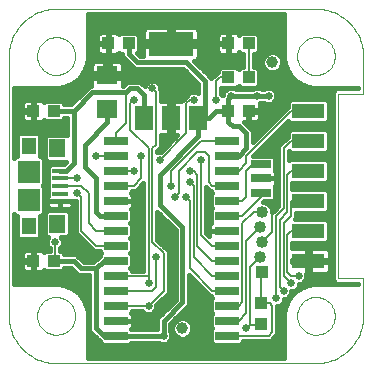
<source format=gtl>
G75*
G70*
%OFA0B0*%
%FSLAX24Y24*%
%IPPOS*%
%LPD*%
%AMOC8*
5,1,8,0,0,1.08239X$1,22.5*
%
%ADD10C,0.0000*%
%ADD11R,0.0551X0.0630*%
%ADD12R,0.0512X0.0571*%
%ADD13R,0.0748X0.0748*%
%ADD14R,0.0531X0.0157*%
%ADD15R,0.1102X0.0512*%
%ADD16R,0.0787X0.0300*%
%ADD17R,0.0400X0.0400*%
%ADD18C,0.0400*%
%ADD19R,0.0433X0.0394*%
%ADD20R,0.0710X0.0630*%
%ADD21R,0.0394X0.0433*%
%ADD22R,0.0591X0.0787*%
%ADD23R,0.1496X0.0787*%
%ADD24R,0.0669X0.0276*%
%ADD25C,0.0394*%
%ADD26C,0.0060*%
%ADD27C,0.0250*%
%ADD28C,0.0160*%
D10*
X006993Y010471D02*
X015654Y010471D01*
X015024Y012046D02*
X015026Y012096D01*
X015032Y012146D01*
X015042Y012195D01*
X015056Y012243D01*
X015073Y012290D01*
X015094Y012335D01*
X015119Y012379D01*
X015147Y012420D01*
X015179Y012459D01*
X015213Y012496D01*
X015250Y012530D01*
X015290Y012560D01*
X015332Y012587D01*
X015376Y012611D01*
X015422Y012632D01*
X015469Y012648D01*
X015517Y012661D01*
X015567Y012670D01*
X015616Y012675D01*
X015667Y012676D01*
X015717Y012673D01*
X015766Y012666D01*
X015815Y012655D01*
X015863Y012640D01*
X015909Y012622D01*
X015954Y012600D01*
X015997Y012574D01*
X016038Y012545D01*
X016077Y012513D01*
X016113Y012478D01*
X016145Y012440D01*
X016175Y012400D01*
X016202Y012357D01*
X016225Y012313D01*
X016244Y012267D01*
X016260Y012219D01*
X016272Y012170D01*
X016280Y012121D01*
X016284Y012071D01*
X016284Y012021D01*
X016280Y011971D01*
X016272Y011922D01*
X016260Y011873D01*
X016244Y011825D01*
X016225Y011779D01*
X016202Y011735D01*
X016175Y011692D01*
X016145Y011652D01*
X016113Y011614D01*
X016077Y011579D01*
X016038Y011547D01*
X015997Y011518D01*
X015954Y011492D01*
X015909Y011470D01*
X015863Y011452D01*
X015815Y011437D01*
X015766Y011426D01*
X015717Y011419D01*
X015667Y011416D01*
X015616Y011417D01*
X015567Y011422D01*
X015517Y011431D01*
X015469Y011444D01*
X015422Y011460D01*
X015376Y011481D01*
X015332Y011505D01*
X015290Y011532D01*
X015250Y011562D01*
X015213Y011596D01*
X015179Y011633D01*
X015147Y011672D01*
X015119Y011713D01*
X015094Y011757D01*
X015073Y011802D01*
X015056Y011849D01*
X015042Y011897D01*
X015032Y011946D01*
X015026Y011996D01*
X015024Y012046D01*
X015654Y010471D02*
X015731Y010473D01*
X015808Y010479D01*
X015885Y010488D01*
X015961Y010501D01*
X016037Y010518D01*
X016111Y010539D01*
X016185Y010563D01*
X016257Y010591D01*
X016327Y010622D01*
X016396Y010657D01*
X016464Y010695D01*
X016529Y010736D01*
X016592Y010781D01*
X016653Y010829D01*
X016712Y010879D01*
X016768Y010932D01*
X016821Y010988D01*
X016871Y011047D01*
X016919Y011108D01*
X016964Y011171D01*
X017005Y011236D01*
X017043Y011304D01*
X017078Y011373D01*
X017109Y011443D01*
X017137Y011515D01*
X017161Y011589D01*
X017182Y011663D01*
X017199Y011739D01*
X017212Y011815D01*
X017221Y011892D01*
X017227Y011969D01*
X017229Y012046D01*
X017229Y013305D01*
X016404Y013305D01*
X016404Y019447D01*
X017229Y019447D01*
X017229Y020707D01*
X015024Y020707D02*
X015026Y020757D01*
X015032Y020807D01*
X015042Y020856D01*
X015056Y020904D01*
X015073Y020951D01*
X015094Y020996D01*
X015119Y021040D01*
X015147Y021081D01*
X015179Y021120D01*
X015213Y021157D01*
X015250Y021191D01*
X015290Y021221D01*
X015332Y021248D01*
X015376Y021272D01*
X015422Y021293D01*
X015469Y021309D01*
X015517Y021322D01*
X015567Y021331D01*
X015616Y021336D01*
X015667Y021337D01*
X015717Y021334D01*
X015766Y021327D01*
X015815Y021316D01*
X015863Y021301D01*
X015909Y021283D01*
X015954Y021261D01*
X015997Y021235D01*
X016038Y021206D01*
X016077Y021174D01*
X016113Y021139D01*
X016145Y021101D01*
X016175Y021061D01*
X016202Y021018D01*
X016225Y020974D01*
X016244Y020928D01*
X016260Y020880D01*
X016272Y020831D01*
X016280Y020782D01*
X016284Y020732D01*
X016284Y020682D01*
X016280Y020632D01*
X016272Y020583D01*
X016260Y020534D01*
X016244Y020486D01*
X016225Y020440D01*
X016202Y020396D01*
X016175Y020353D01*
X016145Y020313D01*
X016113Y020275D01*
X016077Y020240D01*
X016038Y020208D01*
X015997Y020179D01*
X015954Y020153D01*
X015909Y020131D01*
X015863Y020113D01*
X015815Y020098D01*
X015766Y020087D01*
X015717Y020080D01*
X015667Y020077D01*
X015616Y020078D01*
X015567Y020083D01*
X015517Y020092D01*
X015469Y020105D01*
X015422Y020121D01*
X015376Y020142D01*
X015332Y020166D01*
X015290Y020193D01*
X015250Y020223D01*
X015213Y020257D01*
X015179Y020294D01*
X015147Y020333D01*
X015119Y020374D01*
X015094Y020418D01*
X015073Y020463D01*
X015056Y020510D01*
X015042Y020558D01*
X015032Y020607D01*
X015026Y020657D01*
X015024Y020707D01*
X015654Y022282D02*
X015731Y022280D01*
X015808Y022274D01*
X015885Y022265D01*
X015961Y022252D01*
X016037Y022235D01*
X016111Y022214D01*
X016185Y022190D01*
X016257Y022162D01*
X016327Y022131D01*
X016396Y022096D01*
X016464Y022058D01*
X016529Y022017D01*
X016592Y021972D01*
X016653Y021924D01*
X016712Y021874D01*
X016768Y021821D01*
X016821Y021765D01*
X016871Y021706D01*
X016919Y021645D01*
X016964Y021582D01*
X017005Y021517D01*
X017043Y021449D01*
X017078Y021380D01*
X017109Y021310D01*
X017137Y021238D01*
X017161Y021164D01*
X017182Y021090D01*
X017199Y021014D01*
X017212Y020938D01*
X017221Y020861D01*
X017227Y020784D01*
X017229Y020707D01*
X015654Y022282D02*
X006993Y022282D01*
X006363Y020707D02*
X006365Y020757D01*
X006371Y020807D01*
X006381Y020856D01*
X006395Y020904D01*
X006412Y020951D01*
X006433Y020996D01*
X006458Y021040D01*
X006486Y021081D01*
X006518Y021120D01*
X006552Y021157D01*
X006589Y021191D01*
X006629Y021221D01*
X006671Y021248D01*
X006715Y021272D01*
X006761Y021293D01*
X006808Y021309D01*
X006856Y021322D01*
X006906Y021331D01*
X006955Y021336D01*
X007006Y021337D01*
X007056Y021334D01*
X007105Y021327D01*
X007154Y021316D01*
X007202Y021301D01*
X007248Y021283D01*
X007293Y021261D01*
X007336Y021235D01*
X007377Y021206D01*
X007416Y021174D01*
X007452Y021139D01*
X007484Y021101D01*
X007514Y021061D01*
X007541Y021018D01*
X007564Y020974D01*
X007583Y020928D01*
X007599Y020880D01*
X007611Y020831D01*
X007619Y020782D01*
X007623Y020732D01*
X007623Y020682D01*
X007619Y020632D01*
X007611Y020583D01*
X007599Y020534D01*
X007583Y020486D01*
X007564Y020440D01*
X007541Y020396D01*
X007514Y020353D01*
X007484Y020313D01*
X007452Y020275D01*
X007416Y020240D01*
X007377Y020208D01*
X007336Y020179D01*
X007293Y020153D01*
X007248Y020131D01*
X007202Y020113D01*
X007154Y020098D01*
X007105Y020087D01*
X007056Y020080D01*
X007006Y020077D01*
X006955Y020078D01*
X006906Y020083D01*
X006856Y020092D01*
X006808Y020105D01*
X006761Y020121D01*
X006715Y020142D01*
X006671Y020166D01*
X006629Y020193D01*
X006589Y020223D01*
X006552Y020257D01*
X006518Y020294D01*
X006486Y020333D01*
X006458Y020374D01*
X006433Y020418D01*
X006412Y020463D01*
X006395Y020510D01*
X006381Y020558D01*
X006371Y020607D01*
X006365Y020657D01*
X006363Y020707D01*
X005418Y020707D02*
X005420Y020784D01*
X005426Y020861D01*
X005435Y020938D01*
X005448Y021014D01*
X005465Y021090D01*
X005486Y021164D01*
X005510Y021238D01*
X005538Y021310D01*
X005569Y021380D01*
X005604Y021449D01*
X005642Y021517D01*
X005683Y021582D01*
X005728Y021645D01*
X005776Y021706D01*
X005826Y021765D01*
X005879Y021821D01*
X005935Y021874D01*
X005994Y021924D01*
X006055Y021972D01*
X006118Y022017D01*
X006183Y022058D01*
X006251Y022096D01*
X006320Y022131D01*
X006390Y022162D01*
X006462Y022190D01*
X006536Y022214D01*
X006610Y022235D01*
X006686Y022252D01*
X006762Y022265D01*
X006839Y022274D01*
X006916Y022280D01*
X006993Y022282D01*
X005418Y020707D02*
X005418Y012046D01*
X006363Y012046D02*
X006365Y012096D01*
X006371Y012146D01*
X006381Y012195D01*
X006395Y012243D01*
X006412Y012290D01*
X006433Y012335D01*
X006458Y012379D01*
X006486Y012420D01*
X006518Y012459D01*
X006552Y012496D01*
X006589Y012530D01*
X006629Y012560D01*
X006671Y012587D01*
X006715Y012611D01*
X006761Y012632D01*
X006808Y012648D01*
X006856Y012661D01*
X006906Y012670D01*
X006955Y012675D01*
X007006Y012676D01*
X007056Y012673D01*
X007105Y012666D01*
X007154Y012655D01*
X007202Y012640D01*
X007248Y012622D01*
X007293Y012600D01*
X007336Y012574D01*
X007377Y012545D01*
X007416Y012513D01*
X007452Y012478D01*
X007484Y012440D01*
X007514Y012400D01*
X007541Y012357D01*
X007564Y012313D01*
X007583Y012267D01*
X007599Y012219D01*
X007611Y012170D01*
X007619Y012121D01*
X007623Y012071D01*
X007623Y012021D01*
X007619Y011971D01*
X007611Y011922D01*
X007599Y011873D01*
X007583Y011825D01*
X007564Y011779D01*
X007541Y011735D01*
X007514Y011692D01*
X007484Y011652D01*
X007452Y011614D01*
X007416Y011579D01*
X007377Y011547D01*
X007336Y011518D01*
X007293Y011492D01*
X007248Y011470D01*
X007202Y011452D01*
X007154Y011437D01*
X007105Y011426D01*
X007056Y011419D01*
X007006Y011416D01*
X006955Y011417D01*
X006906Y011422D01*
X006856Y011431D01*
X006808Y011444D01*
X006761Y011460D01*
X006715Y011481D01*
X006671Y011505D01*
X006629Y011532D01*
X006589Y011562D01*
X006552Y011596D01*
X006518Y011633D01*
X006486Y011672D01*
X006458Y011713D01*
X006433Y011757D01*
X006412Y011802D01*
X006395Y011849D01*
X006381Y011897D01*
X006371Y011946D01*
X006365Y011996D01*
X006363Y012046D01*
X005418Y012046D02*
X005420Y011969D01*
X005426Y011892D01*
X005435Y011815D01*
X005448Y011739D01*
X005465Y011663D01*
X005486Y011589D01*
X005510Y011515D01*
X005538Y011443D01*
X005569Y011373D01*
X005604Y011304D01*
X005642Y011236D01*
X005683Y011171D01*
X005728Y011108D01*
X005776Y011047D01*
X005826Y010988D01*
X005879Y010932D01*
X005935Y010879D01*
X005994Y010829D01*
X006055Y010781D01*
X006118Y010736D01*
X006183Y010695D01*
X006251Y010657D01*
X006320Y010622D01*
X006390Y010591D01*
X006462Y010563D01*
X006536Y010539D01*
X006610Y010518D01*
X006686Y010501D01*
X006762Y010488D01*
X006839Y010479D01*
X006916Y010473D01*
X006993Y010471D01*
D11*
X007038Y015116D03*
X007038Y017636D03*
D12*
X006074Y017725D03*
X006074Y015028D03*
D13*
X006074Y015904D03*
X006074Y016849D03*
D14*
X007127Y016888D03*
X007127Y016632D03*
X007127Y016376D03*
X007127Y016120D03*
X007127Y015864D03*
D15*
X015399Y015876D03*
X015399Y016876D03*
X015399Y017876D03*
X015399Y018876D03*
X015399Y014876D03*
X015399Y013876D03*
D16*
X012674Y013876D03*
X012674Y013376D03*
X012674Y012876D03*
X012674Y012376D03*
X012674Y011876D03*
X012674Y011376D03*
X012674Y014376D03*
X012674Y014876D03*
X012674Y015376D03*
X012674Y015876D03*
X012674Y016376D03*
X012674Y016876D03*
X012674Y017376D03*
X012674Y017876D03*
X008973Y017876D03*
X008973Y017376D03*
X008973Y016876D03*
X008973Y016376D03*
X008973Y015876D03*
X008973Y015376D03*
X008973Y014876D03*
X008973Y014376D03*
X008973Y013876D03*
X008973Y013376D03*
X008973Y012876D03*
X008973Y012376D03*
X008973Y011876D03*
X008973Y011376D03*
D17*
X013864Y013501D03*
D18*
X013784Y014001D03*
X013864Y014501D03*
X013784Y015001D03*
X013864Y015501D03*
D19*
X013824Y012461D03*
X013824Y011792D03*
X013408Y018876D03*
X012739Y018876D03*
X009408Y021126D03*
X008739Y021126D03*
X006908Y018876D03*
X006239Y018876D03*
X006239Y013876D03*
X006908Y013876D03*
D20*
X008699Y018941D03*
X008699Y020061D03*
D21*
X012739Y020001D03*
X013408Y020001D03*
X013408Y021126D03*
X012739Y021126D03*
D22*
X011729Y018636D03*
X010824Y018636D03*
X009918Y018636D03*
D23*
X010824Y021116D03*
D24*
X013824Y017099D03*
X013824Y016626D03*
X013824Y016154D03*
D25*
X014199Y020501D03*
X011199Y011626D03*
D26*
X010074Y012376D02*
X008973Y012376D01*
X008973Y012876D02*
X010199Y012876D01*
X010324Y013001D01*
X010324Y014001D01*
X010574Y014126D02*
X010574Y012876D01*
X010074Y012376D01*
X010074Y013126D02*
X010074Y013376D01*
X008973Y013376D01*
X008973Y014376D02*
X008324Y014376D01*
X007824Y014876D01*
X007824Y016001D01*
X007699Y016126D01*
X007824Y016376D02*
X008074Y016126D01*
X008074Y015126D01*
X008324Y014876D01*
X008973Y014876D01*
X010199Y014501D02*
X010574Y014126D01*
X010199Y014501D02*
X010199Y017626D01*
X010324Y017751D01*
X010324Y019501D01*
X010199Y019626D01*
X009574Y019251D02*
X009449Y019126D01*
X009449Y018251D01*
X010074Y017626D01*
X010074Y013376D01*
X011449Y013626D02*
X012199Y012876D01*
X012674Y012876D01*
X012674Y013376D02*
X012199Y013376D01*
X011574Y014001D01*
X011574Y016376D01*
X011449Y016501D01*
X011699Y016751D02*
X011574Y016876D01*
X011449Y016876D01*
X011699Y016751D02*
X011699Y014376D01*
X012199Y013876D01*
X012674Y013876D01*
X012674Y014376D02*
X012199Y014376D01*
X011824Y014751D01*
X011824Y017251D01*
X012074Y017376D02*
X011949Y017501D01*
X011699Y017501D01*
X011074Y016876D01*
X011074Y016126D01*
X010949Y016001D01*
X011324Y016001D02*
X011449Y015876D01*
X011449Y013626D01*
X012674Y012376D02*
X013074Y012376D01*
X013199Y012501D01*
X013199Y015126D01*
X013574Y015501D01*
X013864Y015501D01*
X013784Y015001D02*
X013324Y014541D01*
X013324Y012126D01*
X013074Y011876D01*
X012674Y011876D01*
X012674Y011376D02*
X014074Y011376D01*
X014199Y011501D01*
X014199Y012376D01*
X014114Y012461D01*
X013824Y012461D01*
X013824Y013461D01*
X013864Y013501D01*
X013449Y013666D02*
X013784Y014001D01*
X013449Y013666D02*
X013449Y011751D01*
X013783Y011751D01*
X013824Y011792D01*
X013449Y011751D02*
X013324Y011626D01*
X014324Y012626D02*
X014324Y015376D01*
X014574Y015626D01*
X014574Y017626D01*
X014824Y017876D01*
X015399Y017876D01*
X015399Y018876D02*
X014824Y018876D01*
X013324Y017376D01*
X013324Y017126D01*
X013074Y016876D01*
X012674Y016876D01*
X012674Y016376D02*
X012199Y016376D01*
X012074Y016501D01*
X012074Y017376D01*
X011824Y017876D02*
X010824Y016876D01*
X010824Y016376D01*
X010449Y017251D02*
X011324Y018126D01*
X011324Y019126D01*
X011449Y019251D01*
X011574Y019251D01*
X012324Y019251D02*
X012324Y019876D01*
X012449Y020001D01*
X012739Y020001D01*
X013408Y020001D02*
X013408Y021126D01*
X012674Y017876D02*
X011824Y017876D01*
X013324Y016876D02*
X013546Y017099D01*
X013824Y017099D01*
X013824Y016626D02*
X014449Y016626D01*
X014449Y017251D01*
X014074Y017626D01*
X014824Y016876D02*
X014699Y016751D01*
X014699Y015501D01*
X014449Y015251D01*
X014449Y013001D01*
X014574Y012876D01*
X014824Y013126D02*
X014574Y013376D01*
X014574Y015126D01*
X014824Y015376D01*
X014824Y015876D01*
X015399Y015876D01*
X014449Y015751D02*
X014449Y016626D01*
X014824Y016876D02*
X015399Y016876D01*
X014449Y015751D02*
X014199Y015501D01*
X014199Y014836D01*
X013864Y014501D01*
X014699Y014751D02*
X014699Y013501D01*
X014824Y013376D01*
X015074Y013376D01*
X014699Y014751D02*
X014824Y014876D01*
X015399Y014876D01*
X013824Y016001D02*
X013824Y016154D01*
X013824Y016001D02*
X013199Y015376D01*
X012674Y015376D01*
X012674Y015876D02*
X013199Y015876D01*
X013324Y016001D01*
X013324Y016876D01*
X009824Y016626D02*
X009574Y016376D01*
X008973Y016376D01*
X008973Y016876D02*
X009574Y016876D01*
X009824Y016626D02*
X009824Y017376D01*
X008973Y017376D02*
X008324Y017376D01*
X008973Y017876D02*
X008973Y018126D01*
X009324Y018477D01*
X009324Y019501D01*
X007699Y016626D02*
X007133Y016626D01*
X007127Y016632D01*
X007127Y016376D02*
X007824Y016376D01*
X006949Y014501D02*
X006948Y014500D01*
X006948Y013876D01*
X006908Y013876D01*
D27*
X006949Y014501D03*
X007324Y014501D03*
X008074Y014001D03*
X009824Y013751D03*
X010324Y014001D03*
X010824Y013501D03*
X010074Y013126D03*
X010074Y012376D03*
X010574Y011376D03*
X010574Y010876D03*
X010074Y010876D03*
X009574Y010876D03*
X009074Y010876D03*
X008574Y010876D03*
X011074Y010876D03*
X011574Y010876D03*
X012074Y010876D03*
X012574Y010876D03*
X013074Y010876D03*
X013574Y010876D03*
X014074Y010876D03*
X013324Y011626D03*
X014324Y012626D03*
X014574Y012876D03*
X014824Y013126D03*
X015074Y013376D03*
X012074Y016126D03*
X011449Y016501D03*
X011449Y016876D03*
X011824Y017251D03*
X010824Y016376D03*
X010949Y016001D03*
X011324Y016001D03*
X010449Y017251D03*
X009824Y017376D03*
X009574Y016876D03*
X008324Y017376D03*
X007699Y016626D03*
X007699Y016126D03*
X009574Y019251D03*
X010199Y019626D03*
X010199Y020126D03*
X011574Y019251D03*
X012324Y019251D03*
X012824Y019376D03*
X013699Y019376D03*
X014074Y019376D03*
X014074Y017626D03*
X014074Y021876D03*
X013574Y021876D03*
X013074Y021876D03*
X012574Y021876D03*
X012074Y021876D03*
X011574Y021876D03*
X011074Y021876D03*
X010574Y021876D03*
X010074Y021876D03*
X009574Y021876D03*
X009074Y021876D03*
X008574Y021876D03*
D28*
X008499Y021503D02*
X008453Y021491D01*
X008412Y021467D01*
X008378Y021434D01*
X008355Y021393D01*
X008342Y021347D01*
X008342Y021145D01*
X008721Y021145D01*
X008721Y021503D01*
X008499Y021503D01*
X008419Y021471D02*
X008057Y021471D01*
X008057Y021313D02*
X008342Y021313D01*
X008342Y021154D02*
X008057Y021154D01*
X008057Y020996D02*
X008342Y020996D01*
X008342Y020906D02*
X008355Y020860D01*
X008378Y020819D01*
X008412Y020785D01*
X008453Y020762D01*
X008499Y020749D01*
X008721Y020749D01*
X008721Y021108D01*
X008757Y021108D01*
X008757Y020749D01*
X008979Y020749D01*
X009025Y020762D01*
X009066Y020785D01*
X009100Y020819D01*
X009101Y020822D01*
X009134Y020789D01*
X009188Y020789D01*
X009188Y020700D01*
X009317Y020572D01*
X009607Y020281D01*
X011232Y020281D01*
X011729Y019785D01*
X011729Y019471D01*
X011724Y019476D01*
X011626Y019516D01*
X011521Y019516D01*
X011424Y019476D01*
X011349Y019401D01*
X011342Y019385D01*
X011279Y019322D01*
X011253Y019296D01*
X011162Y019205D01*
X011143Y019210D01*
X010891Y019210D01*
X010891Y018704D01*
X010756Y018704D01*
X010756Y019210D01*
X010505Y019210D01*
X010494Y019207D01*
X010494Y019572D01*
X010464Y019602D01*
X010464Y019679D01*
X010423Y019776D01*
X010349Y019851D01*
X010251Y019891D01*
X010146Y019891D01*
X010049Y019851D01*
X009974Y019776D01*
X009940Y019696D01*
X009790Y019846D01*
X009357Y019846D01*
X009233Y019722D01*
X009234Y019722D01*
X009234Y019984D01*
X008776Y019984D01*
X008776Y020139D01*
X008621Y020139D01*
X008621Y020556D01*
X008320Y020556D01*
X008274Y020544D01*
X008233Y020520D01*
X008200Y020487D01*
X008176Y020446D01*
X008164Y020400D01*
X008164Y020139D01*
X008621Y020139D01*
X008621Y019984D01*
X008164Y019984D01*
X008164Y019722D01*
X008164Y019721D01*
X008107Y019721D01*
X007979Y019592D01*
X007482Y019096D01*
X007265Y019096D01*
X007265Y019131D01*
X007183Y019213D01*
X006634Y019213D01*
X006601Y019181D01*
X006600Y019184D01*
X006566Y019217D01*
X006525Y019241D01*
X006479Y019253D01*
X006257Y019253D01*
X006257Y018895D01*
X006221Y018895D01*
X006221Y019253D01*
X005999Y019253D01*
X005953Y019241D01*
X005912Y019217D01*
X005878Y019184D01*
X005855Y019143D01*
X005842Y019097D01*
X005842Y018895D01*
X006221Y018895D01*
X006221Y018858D01*
X006257Y018858D01*
X006257Y018499D01*
X006479Y018499D01*
X006525Y018512D01*
X006566Y018535D01*
X006600Y018569D01*
X006601Y018572D01*
X006634Y018539D01*
X007183Y018539D01*
X007265Y018621D01*
X007265Y018656D01*
X007354Y018656D01*
X007354Y018091D01*
X006705Y018091D01*
X006623Y018009D01*
X006623Y017263D01*
X006705Y017181D01*
X007317Y017181D01*
X007244Y017108D01*
X007036Y017108D01*
X007034Y017107D01*
X006803Y017107D01*
X006721Y017025D01*
X006721Y016058D01*
X006717Y016054D01*
X006693Y016013D01*
X006681Y015967D01*
X006681Y015864D01*
X006681Y015762D01*
X006693Y015716D01*
X006717Y015675D01*
X006751Y015642D01*
X006792Y015618D01*
X006837Y015606D01*
X007127Y015606D01*
X007416Y015606D01*
X007462Y015618D01*
X007503Y015642D01*
X007537Y015675D01*
X007560Y015716D01*
X007573Y015762D01*
X007573Y015864D01*
X007127Y015864D01*
X007127Y015606D01*
X007127Y015864D01*
X007127Y015864D01*
X007127Y015864D01*
X007573Y015864D01*
X007573Y015892D01*
X007646Y015861D01*
X007654Y015861D01*
X007654Y014806D01*
X008154Y014306D01*
X008253Y014206D01*
X008440Y014206D01*
X008440Y014168D01*
X008482Y014126D01*
X008440Y014084D01*
X008440Y014053D01*
X008232Y013846D01*
X007915Y013846D01*
X007665Y014096D01*
X007265Y014096D01*
X007265Y014131D01*
X007183Y014213D01*
X007118Y014213D01*
X007118Y014296D01*
X007173Y014351D01*
X007214Y014449D01*
X007214Y014554D01*
X007173Y014651D01*
X007163Y014661D01*
X007372Y014661D01*
X007454Y014743D01*
X007454Y015489D01*
X007372Y015571D01*
X006705Y015571D01*
X006623Y015489D01*
X006623Y014743D01*
X006705Y014661D01*
X006734Y014661D01*
X006724Y014651D01*
X006684Y014554D01*
X006684Y014449D01*
X006724Y014351D01*
X006778Y014297D01*
X006778Y014213D01*
X006634Y014213D01*
X006601Y014181D01*
X006600Y014184D01*
X006566Y014217D01*
X006525Y014241D01*
X006479Y014253D01*
X006257Y014253D01*
X006257Y013895D01*
X006221Y013895D01*
X006221Y014253D01*
X005999Y014253D01*
X005953Y014241D01*
X005912Y014217D01*
X005878Y014184D01*
X005855Y014143D01*
X005842Y014097D01*
X005842Y013895D01*
X006221Y013895D01*
X006221Y013858D01*
X006257Y013858D01*
X006257Y013499D01*
X006479Y013499D01*
X006525Y013512D01*
X006566Y013535D01*
X006600Y013569D01*
X006601Y013572D01*
X006634Y013539D01*
X007183Y013539D01*
X007265Y013621D01*
X007265Y013656D01*
X007482Y013656D01*
X007604Y013535D01*
X007732Y013406D01*
X008104Y013406D01*
X008104Y011535D01*
X008354Y011285D01*
X008440Y011199D01*
X008440Y011168D01*
X008522Y011086D01*
X009425Y011086D01*
X009495Y011156D01*
X010419Y011156D01*
X010424Y011152D01*
X010521Y011111D01*
X010626Y011111D01*
X010724Y011152D01*
X010798Y011226D01*
X010839Y011324D01*
X010839Y011429D01*
X010798Y011526D01*
X010794Y011531D01*
X010794Y011785D01*
X011290Y012281D01*
X011419Y012410D01*
X011419Y013416D01*
X012029Y012806D01*
X012128Y012706D01*
X012140Y012706D01*
X012140Y012668D01*
X012182Y012626D01*
X012140Y012584D01*
X012140Y012168D01*
X012182Y012126D01*
X012140Y012084D01*
X012140Y011668D01*
X012182Y011626D01*
X012140Y011584D01*
X012140Y011168D01*
X012222Y011086D01*
X013126Y011086D01*
X013208Y011168D01*
X013208Y011206D01*
X014144Y011206D01*
X014269Y011331D01*
X014369Y011431D01*
X014369Y012361D01*
X014376Y012361D01*
X014474Y012402D01*
X014548Y012476D01*
X014589Y012574D01*
X014589Y012611D01*
X014626Y012611D01*
X014724Y012652D01*
X014798Y012726D01*
X014839Y012824D01*
X014839Y012861D01*
X014876Y012861D01*
X014974Y012902D01*
X015048Y012976D01*
X015089Y013074D01*
X015089Y013111D01*
X015126Y013111D01*
X015224Y013152D01*
X015298Y013226D01*
X015339Y013324D01*
X015339Y013429D01*
X015334Y013440D01*
X015351Y013440D01*
X015351Y013828D01*
X014869Y013828D01*
X014869Y013924D01*
X015351Y013924D01*
X015351Y013828D01*
X015447Y013828D01*
X015447Y013440D01*
X015974Y013440D01*
X016020Y013453D01*
X016061Y013476D01*
X016095Y013510D01*
X016118Y013551D01*
X016131Y013597D01*
X016131Y013828D01*
X015447Y013828D01*
X015447Y013924D01*
X015351Y013924D01*
X015351Y014312D01*
X014869Y014312D01*
X014869Y014480D01*
X016009Y014480D01*
X016091Y014562D01*
X016091Y015190D01*
X016009Y015272D01*
X014960Y015272D01*
X014994Y015306D01*
X014994Y015480D01*
X016009Y015480D01*
X016091Y015562D01*
X016091Y016190D01*
X016009Y016272D01*
X014869Y016272D01*
X014869Y016480D01*
X016009Y016480D01*
X016091Y016562D01*
X016091Y017190D01*
X016009Y017272D01*
X014790Y017272D01*
X014744Y017226D01*
X014744Y017527D01*
X014790Y017480D01*
X016009Y017480D01*
X016091Y017562D01*
X016091Y018190D01*
X016009Y018272D01*
X014790Y018272D01*
X014708Y018190D01*
X014708Y018001D01*
X014503Y017796D01*
X014404Y017697D01*
X014404Y015697D01*
X014253Y015546D01*
X014204Y015497D01*
X014204Y015569D01*
X014152Y015694D01*
X014056Y015789D01*
X013931Y015841D01*
X013904Y015841D01*
X013939Y015876D01*
X014216Y015876D01*
X014298Y015958D01*
X014298Y016350D01*
X014286Y016362D01*
X014302Y016378D01*
X014326Y016419D01*
X014338Y016465D01*
X014338Y016626D01*
X013824Y016626D01*
X013824Y016626D01*
X014338Y016626D01*
X014338Y016788D01*
X014326Y016834D01*
X014302Y016875D01*
X014404Y016875D01*
X014302Y016875D02*
X014286Y016891D01*
X014298Y016903D01*
X014298Y017294D01*
X014216Y017376D01*
X013564Y017376D01*
X014729Y018541D01*
X014790Y018480D01*
X016009Y018480D01*
X016091Y018562D01*
X016091Y019190D01*
X016009Y019272D01*
X014790Y019272D01*
X014708Y019190D01*
X014708Y019001D01*
X014654Y018947D01*
X013544Y017837D01*
X013544Y018217D01*
X013294Y018467D01*
X013262Y018499D01*
X013390Y018499D01*
X013390Y018858D01*
X013427Y018858D01*
X013427Y018895D01*
X013805Y018895D01*
X013805Y019097D01*
X013796Y019130D01*
X013849Y019152D01*
X013853Y019156D01*
X013919Y019156D01*
X013924Y019152D01*
X014021Y019111D01*
X014126Y019111D01*
X014224Y019152D01*
X014298Y019226D01*
X014339Y019324D01*
X014339Y019429D01*
X014298Y019526D01*
X014224Y019601D01*
X014126Y019641D01*
X014021Y019641D01*
X013924Y019601D01*
X013919Y019596D01*
X013853Y019596D01*
X013849Y019601D01*
X013751Y019641D01*
X013646Y019641D01*
X013549Y019601D01*
X013544Y019596D01*
X012978Y019596D01*
X012974Y019601D01*
X012876Y019641D01*
X012771Y019641D01*
X012674Y019601D01*
X012599Y019526D01*
X012559Y019429D01*
X012559Y019422D01*
X012543Y019407D01*
X012494Y019456D01*
X012494Y019645D01*
X012994Y019645D01*
X013074Y019725D01*
X013153Y019645D01*
X013663Y019645D01*
X013745Y019727D01*
X013745Y020276D01*
X013663Y020358D01*
X013578Y020358D01*
X013578Y020770D01*
X013663Y020770D01*
X013745Y020852D01*
X013745Y021401D01*
X013663Y021483D01*
X013153Y021483D01*
X013096Y021425D01*
X013080Y021453D01*
X013046Y021487D01*
X013005Y021511D01*
X012960Y021523D01*
X012757Y021523D01*
X012757Y021145D01*
X012721Y021145D01*
X012721Y021523D01*
X012518Y021523D01*
X012473Y021511D01*
X012432Y021487D01*
X012398Y021453D01*
X012374Y021412D01*
X012362Y021366D01*
X012362Y021145D01*
X012721Y021145D01*
X012721Y021108D01*
X012757Y021108D01*
X012757Y020730D01*
X012960Y020730D01*
X013005Y020742D01*
X013046Y020766D01*
X013080Y020799D01*
X013096Y020827D01*
X013153Y020770D01*
X013238Y020770D01*
X013238Y020358D01*
X013153Y020358D01*
X013074Y020278D01*
X012994Y020358D01*
X012484Y020358D01*
X012402Y020276D01*
X012402Y020171D01*
X012378Y020171D01*
X012279Y020072D01*
X012169Y019962D01*
X012169Y019967D01*
X012040Y020096D01*
X011593Y020543D01*
X011595Y020543D01*
X011641Y020555D01*
X011682Y020579D01*
X011716Y020612D01*
X011739Y020653D01*
X011752Y020699D01*
X011752Y021036D01*
X010904Y021036D01*
X010904Y021196D01*
X011752Y021196D01*
X011752Y021534D01*
X011739Y021580D01*
X011716Y021621D01*
X011682Y021654D01*
X011641Y021678D01*
X011595Y021690D01*
X010904Y021690D01*
X010904Y021196D01*
X010744Y021196D01*
X010744Y021036D01*
X009896Y021036D01*
X009896Y020721D01*
X009790Y020721D01*
X009702Y020809D01*
X009765Y020871D01*
X009765Y021381D01*
X009683Y021463D01*
X009134Y021463D01*
X009101Y021431D01*
X009100Y021434D01*
X009066Y021467D01*
X009025Y021491D01*
X008979Y021503D01*
X008757Y021503D01*
X008757Y021145D01*
X008721Y021145D01*
X008721Y021108D01*
X008342Y021108D01*
X008342Y020906D01*
X008368Y020837D02*
X008057Y020837D01*
X008057Y020737D02*
X008057Y022102D01*
X014590Y022102D01*
X014590Y020737D01*
X014588Y020734D01*
X014590Y020704D01*
X014590Y020674D01*
X014592Y020671D01*
X014598Y020588D01*
X014595Y020582D01*
X014601Y020555D01*
X014603Y020528D01*
X014608Y020524D01*
X014626Y020439D01*
X014623Y020433D01*
X014633Y020407D01*
X014639Y020380D01*
X014644Y020377D01*
X014675Y020295D01*
X014673Y020289D01*
X014686Y020265D01*
X014696Y020239D01*
X014702Y020236D01*
X014743Y020160D01*
X014742Y020153D01*
X014759Y020131D01*
X014772Y020107D01*
X014778Y020106D01*
X014830Y020036D01*
X014830Y020029D01*
X014850Y020010D01*
X014866Y019988D01*
X014873Y019987D01*
X014934Y019925D01*
X014935Y019919D01*
X014957Y019902D01*
X014977Y019883D01*
X014983Y019883D01*
X015053Y019831D01*
X015055Y019825D01*
X015079Y019811D01*
X015101Y019795D01*
X015107Y019796D01*
X015184Y019754D01*
X015186Y019748D01*
X015212Y019739D01*
X015236Y019726D01*
X015242Y019727D01*
X015324Y019697D01*
X015328Y019691D01*
X015354Y019686D01*
X015380Y019676D01*
X015386Y019679D01*
X015471Y019660D01*
X015475Y019655D01*
X015503Y019653D01*
X015530Y019648D01*
X015535Y019651D01*
X015619Y019645D01*
X015621Y019643D01*
X015651Y019643D01*
X015682Y019641D01*
X015684Y019643D01*
X017049Y019643D01*
X017049Y019627D01*
X016330Y019627D01*
X016224Y019522D01*
X016224Y013231D01*
X016330Y013125D01*
X017049Y013125D01*
X017049Y013110D01*
X015684Y013110D01*
X015682Y013112D01*
X015651Y013110D01*
X015621Y013110D01*
X015619Y013107D01*
X015535Y013101D01*
X015530Y013105D01*
X015503Y013099D01*
X015475Y013097D01*
X015471Y013092D01*
X015386Y013074D01*
X015380Y013076D01*
X015354Y013067D01*
X015328Y013061D01*
X015324Y013056D01*
X015242Y013025D01*
X015236Y013027D01*
X015212Y013014D01*
X015186Y013004D01*
X015184Y012998D01*
X015107Y012957D01*
X015101Y012957D01*
X015079Y012941D01*
X015055Y012928D01*
X015053Y012922D01*
X014983Y012869D01*
X014977Y012869D01*
X014957Y012850D01*
X014935Y012834D01*
X014934Y012827D01*
X014873Y012765D01*
X014866Y012765D01*
X014850Y012743D01*
X014830Y012723D01*
X014830Y012717D01*
X014778Y012647D01*
X014772Y012645D01*
X014759Y012621D01*
X014742Y012599D01*
X014743Y012593D01*
X014702Y012516D01*
X014696Y012513D01*
X014686Y012488D01*
X014673Y012464D01*
X014675Y012457D01*
X014644Y012376D01*
X014639Y012372D01*
X014633Y012345D01*
X014623Y012320D01*
X014626Y012314D01*
X014608Y012229D01*
X014603Y012224D01*
X014601Y012197D01*
X014595Y012170D01*
X014598Y012165D01*
X014592Y012081D01*
X014590Y012079D01*
X014590Y012048D01*
X014588Y012018D01*
X014590Y012016D01*
X014590Y010651D01*
X008057Y010651D01*
X008057Y012016D01*
X008059Y012018D01*
X008057Y012048D01*
X008057Y012079D01*
X008055Y012081D01*
X008049Y012165D01*
X008052Y012170D01*
X008047Y012197D01*
X008045Y012224D01*
X008040Y012229D01*
X008021Y012314D01*
X008024Y012320D01*
X008014Y012345D01*
X008008Y012372D01*
X008003Y012376D01*
X007972Y012457D01*
X007974Y012464D01*
X007961Y012488D01*
X007952Y012513D01*
X007946Y012516D01*
X007904Y012593D01*
X007905Y012599D01*
X007888Y012621D01*
X007875Y012645D01*
X007869Y012647D01*
X007817Y012717D01*
X007817Y012723D01*
X007797Y012743D01*
X007781Y012765D01*
X007775Y012765D01*
X007713Y012827D01*
X007712Y012834D01*
X007690Y012850D01*
X007671Y012869D01*
X007664Y012869D01*
X007594Y012922D01*
X007592Y012928D01*
X007568Y012941D01*
X007546Y012957D01*
X007540Y012957D01*
X007463Y012998D01*
X007461Y013004D01*
X007435Y013014D01*
X007411Y013027D01*
X007405Y013025D01*
X007323Y013056D01*
X007320Y013061D01*
X007293Y013067D01*
X007267Y013076D01*
X007261Y013074D01*
X007176Y013092D01*
X007172Y013097D01*
X007144Y013099D01*
X007118Y013105D01*
X007112Y013101D01*
X007028Y013107D01*
X007026Y013110D01*
X006996Y013110D01*
X006966Y013112D01*
X006963Y013110D01*
X005598Y013110D01*
X005598Y015433D01*
X005642Y015390D01*
X005696Y015390D01*
X005678Y015371D01*
X005678Y014684D01*
X005760Y014602D01*
X006388Y014602D01*
X006470Y014684D01*
X006470Y015371D01*
X006451Y015390D01*
X006506Y015390D01*
X006588Y015472D01*
X006588Y016336D01*
X006547Y016376D01*
X006588Y016417D01*
X006588Y017281D01*
X006506Y017363D01*
X006451Y017363D01*
X006470Y017381D01*
X006470Y018068D01*
X006388Y018150D01*
X005760Y018150D01*
X005678Y018068D01*
X005678Y017381D01*
X005696Y017363D01*
X005642Y017363D01*
X005598Y017319D01*
X005598Y019643D01*
X006963Y019643D01*
X006966Y019641D01*
X006996Y019643D01*
X007026Y019643D01*
X007028Y019645D01*
X007112Y019651D01*
X007118Y019648D01*
X007144Y019653D01*
X007172Y019655D01*
X007176Y019660D01*
X007261Y019679D01*
X007267Y019676D01*
X007293Y019686D01*
X007320Y019691D01*
X007323Y019697D01*
X007405Y019727D01*
X007411Y019726D01*
X007435Y019739D01*
X007461Y019748D01*
X007463Y019754D01*
X007540Y019796D01*
X007546Y019795D01*
X007568Y019811D01*
X007592Y019825D01*
X007594Y019831D01*
X007664Y019883D01*
X007671Y019883D01*
X007690Y019902D01*
X007712Y019919D01*
X007713Y019925D01*
X007775Y019987D01*
X007781Y019988D01*
X007797Y020010D01*
X007817Y020029D01*
X007817Y020036D01*
X007869Y020106D01*
X007875Y020107D01*
X007888Y020131D01*
X007905Y020153D01*
X007904Y020160D01*
X007946Y020236D01*
X007952Y020239D01*
X007961Y020265D01*
X007974Y020289D01*
X007972Y020295D01*
X008003Y020377D01*
X008008Y020380D01*
X008014Y020407D01*
X008024Y020433D01*
X008021Y020439D01*
X008040Y020524D01*
X008045Y020528D01*
X008047Y020555D01*
X008052Y020582D01*
X008049Y020588D01*
X008055Y020671D01*
X008057Y020674D01*
X008057Y020704D01*
X008059Y020734D01*
X008057Y020737D01*
X008057Y020679D02*
X009210Y020679D01*
X009123Y020544D02*
X009077Y020556D01*
X008776Y020556D01*
X008776Y020139D01*
X009234Y020139D01*
X009234Y020400D01*
X009221Y020446D01*
X009198Y020487D01*
X009164Y020520D01*
X009123Y020544D01*
X009164Y020520D02*
X009368Y020520D01*
X009234Y020362D02*
X009527Y020362D01*
X009699Y020501D02*
X009408Y020792D01*
X009408Y021126D01*
X009765Y021154D02*
X010744Y021154D01*
X010744Y021196D02*
X009896Y021196D01*
X009896Y021534D01*
X009908Y021580D01*
X009932Y021621D01*
X009965Y021654D01*
X010006Y021678D01*
X010052Y021690D01*
X010744Y021690D01*
X010744Y021196D01*
X010744Y021313D02*
X010904Y021313D01*
X010904Y021471D02*
X010744Y021471D01*
X010744Y021630D02*
X010904Y021630D01*
X010904Y021154D02*
X012362Y021154D01*
X012362Y021108D02*
X012362Y020886D01*
X012374Y020840D01*
X012398Y020799D01*
X012432Y020766D01*
X012473Y020742D01*
X012518Y020730D01*
X012721Y020730D01*
X012721Y021108D01*
X012362Y021108D01*
X012362Y020996D02*
X011752Y020996D01*
X011752Y020837D02*
X012376Y020837D01*
X012362Y021313D02*
X011752Y021313D01*
X011752Y021471D02*
X012416Y021471D01*
X012721Y021471D02*
X012757Y021471D01*
X012757Y021313D02*
X012721Y021313D01*
X012721Y021154D02*
X012757Y021154D01*
X012757Y020996D02*
X012721Y020996D01*
X012721Y020837D02*
X012757Y020837D01*
X013238Y020679D02*
X011746Y020679D01*
X011616Y020520D02*
X013238Y020520D01*
X013238Y020362D02*
X011774Y020362D01*
X011933Y020203D02*
X012402Y020203D01*
X012252Y020045D02*
X012091Y020045D01*
X012040Y020096D02*
X012040Y020096D01*
X011949Y019876D02*
X011949Y018636D01*
X011729Y018636D01*
X011729Y018032D01*
X010449Y016751D01*
X010449Y015751D01*
X011199Y015001D01*
X011199Y012501D01*
X010574Y011876D01*
X010574Y011376D01*
X008973Y011376D01*
X008574Y011376D01*
X008324Y011626D01*
X008324Y013626D01*
X008574Y013876D01*
X008973Y013876D01*
X009507Y013863D02*
X009904Y013863D01*
X009824Y013751D02*
X009824Y015626D01*
X009574Y015876D01*
X009547Y015876D02*
X008973Y015876D01*
X008973Y015876D01*
X009547Y015876D01*
X009547Y015703D01*
X009535Y015657D01*
X009511Y015616D01*
X009493Y015598D01*
X009507Y015584D01*
X009507Y015168D01*
X009465Y015126D01*
X009507Y015084D01*
X009507Y014668D01*
X009465Y014626D01*
X009507Y014584D01*
X009507Y014168D01*
X009465Y014126D01*
X009507Y014084D01*
X009507Y013668D01*
X009465Y013626D01*
X009507Y013584D01*
X009507Y013546D01*
X009904Y013546D01*
X009904Y016466D01*
X009744Y016306D01*
X009644Y016206D01*
X009507Y016206D01*
X009507Y016168D01*
X009493Y016155D01*
X009511Y016137D01*
X009535Y016096D01*
X009547Y016050D01*
X009547Y015876D01*
X009547Y015924D02*
X009904Y015924D01*
X009904Y016082D02*
X009538Y016082D01*
X009679Y016241D02*
X009904Y016241D01*
X009904Y016399D02*
X009837Y016399D01*
X009904Y015765D02*
X009547Y015765D01*
X009502Y015607D02*
X009904Y015607D01*
X009904Y015448D02*
X009507Y015448D01*
X009507Y015290D02*
X009904Y015290D01*
X009904Y015131D02*
X009470Y015131D01*
X009507Y014973D02*
X009904Y014973D01*
X009904Y014814D02*
X009507Y014814D01*
X009494Y014656D02*
X009904Y014656D01*
X009904Y014497D02*
X009507Y014497D01*
X009507Y014339D02*
X009904Y014339D01*
X009904Y014180D02*
X009507Y014180D01*
X009507Y014022D02*
X009904Y014022D01*
X009904Y013705D02*
X009507Y013705D01*
X009507Y013546D02*
X009904Y013546D01*
X010744Y013546D02*
X010979Y013546D01*
X010979Y013388D02*
X010744Y013388D01*
X010824Y013501D02*
X010824Y012626D01*
X010074Y011876D01*
X008973Y011876D01*
X008973Y011876D01*
X009547Y011876D01*
X009547Y011703D01*
X009535Y011657D01*
X009511Y011616D01*
X009493Y011598D01*
X009495Y011596D01*
X010354Y011596D01*
X010354Y011967D01*
X010979Y012592D01*
X010979Y014910D01*
X010369Y015520D01*
X010369Y014572D01*
X010644Y014296D01*
X010744Y014197D01*
X010744Y012806D01*
X010339Y012401D01*
X010339Y012324D01*
X010298Y012226D01*
X010224Y012152D01*
X010126Y012111D01*
X010021Y012111D01*
X009924Y012152D01*
X009869Y012206D01*
X009507Y012206D01*
X009507Y012168D01*
X009493Y012155D01*
X009511Y012137D01*
X009535Y012096D01*
X009547Y012050D01*
X009547Y011876D01*
X008973Y011876D01*
X009521Y012120D02*
X010000Y012120D01*
X010147Y012120D02*
X010506Y012120D01*
X010354Y011961D02*
X009547Y011961D01*
X009547Y011803D02*
X010354Y011803D01*
X010354Y011644D02*
X009527Y011644D01*
X010320Y012278D02*
X010664Y012278D01*
X010823Y012437D02*
X010375Y012437D01*
X010533Y012595D02*
X010979Y012595D01*
X010979Y012754D02*
X010692Y012754D01*
X010744Y012912D02*
X010979Y012912D01*
X010979Y013071D02*
X010744Y013071D01*
X010744Y013229D02*
X010979Y013229D01*
X010979Y013705D02*
X010744Y013705D01*
X010744Y013863D02*
X010979Y013863D01*
X010979Y014022D02*
X010744Y014022D01*
X010744Y014180D02*
X010979Y014180D01*
X010979Y014339D02*
X010602Y014339D01*
X010443Y014497D02*
X010979Y014497D01*
X010979Y014656D02*
X010369Y014656D01*
X010369Y014814D02*
X010979Y014814D01*
X010916Y014973D02*
X010369Y014973D01*
X010369Y015131D02*
X010757Y015131D01*
X010599Y015290D02*
X010369Y015290D01*
X010369Y015448D02*
X010440Y015448D01*
X008973Y015376D02*
X008449Y015376D01*
X008324Y015501D01*
X008324Y016626D01*
X007949Y017001D01*
X007949Y017751D01*
X008699Y018501D01*
X008699Y018941D01*
X008199Y019501D02*
X009324Y019501D01*
X009449Y019626D01*
X009699Y019626D01*
X009918Y019407D01*
X009918Y018636D01*
X010494Y018065D02*
X010505Y018062D01*
X010756Y018062D01*
X010756Y018568D01*
X010891Y018568D01*
X010891Y018062D01*
X011019Y018062D01*
X010473Y017516D01*
X010396Y017516D01*
X010369Y017505D01*
X010369Y017556D01*
X010494Y017681D01*
X010494Y018065D01*
X010494Y017984D02*
X010941Y017984D01*
X010891Y018143D02*
X010756Y018143D01*
X010756Y018301D02*
X010891Y018301D01*
X010891Y018460D02*
X010756Y018460D01*
X010824Y018636D02*
X010824Y019501D01*
X010199Y020126D01*
X010263Y019886D02*
X011627Y019886D01*
X011729Y019728D02*
X010443Y019728D01*
X010494Y019569D02*
X011729Y019569D01*
X011949Y019876D02*
X011324Y020501D01*
X009699Y020501D01*
X009731Y020837D02*
X009896Y020837D01*
X009896Y020996D02*
X009765Y020996D01*
X009765Y021313D02*
X009896Y021313D01*
X009896Y021471D02*
X009059Y021471D01*
X008757Y021471D02*
X008721Y021471D01*
X008721Y021313D02*
X008757Y021313D01*
X008757Y021154D02*
X008721Y021154D01*
X008721Y020996D02*
X008757Y020996D01*
X008757Y020837D02*
X008721Y020837D01*
X008776Y020520D02*
X008621Y020520D01*
X008621Y020362D02*
X008776Y020362D01*
X008776Y020203D02*
X008621Y020203D01*
X008621Y020045D02*
X007823Y020045D01*
X007928Y020203D02*
X008164Y020203D01*
X008164Y020362D02*
X007997Y020362D01*
X008039Y020520D02*
X008233Y020520D01*
X008164Y019886D02*
X007674Y019886D01*
X007415Y019728D02*
X008164Y019728D01*
X008199Y019501D02*
X007574Y018876D01*
X006908Y018876D01*
X006482Y019252D02*
X007639Y019252D01*
X007797Y019411D02*
X005598Y019411D01*
X005598Y019569D02*
X007956Y019569D01*
X007574Y018876D02*
X007574Y017126D01*
X007335Y016888D01*
X007127Y016888D01*
X006721Y016875D02*
X006588Y016875D01*
X006588Y017033D02*
X006729Y017033D01*
X006694Y017192D02*
X006588Y017192D01*
X006623Y017350D02*
X006518Y017350D01*
X006470Y017509D02*
X006623Y017509D01*
X006623Y017667D02*
X006470Y017667D01*
X006470Y017826D02*
X006623Y017826D01*
X006623Y017984D02*
X006470Y017984D01*
X006395Y018143D02*
X007354Y018143D01*
X007354Y018301D02*
X005598Y018301D01*
X005598Y018143D02*
X005752Y018143D01*
X005678Y017984D02*
X005598Y017984D01*
X005598Y017826D02*
X005678Y017826D01*
X005678Y017667D02*
X005598Y017667D01*
X005598Y017509D02*
X005678Y017509D01*
X005629Y017350D02*
X005598Y017350D01*
X005598Y018460D02*
X007354Y018460D01*
X007354Y018618D02*
X007262Y018618D01*
X006257Y018618D02*
X006221Y018618D01*
X006221Y018499D02*
X006221Y018858D01*
X005842Y018858D01*
X005842Y018656D01*
X005855Y018610D01*
X005878Y018569D01*
X005912Y018535D01*
X005953Y018512D01*
X005999Y018499D01*
X006221Y018499D01*
X006221Y018777D02*
X006257Y018777D01*
X006257Y018935D02*
X006221Y018935D01*
X006221Y019094D02*
X006257Y019094D01*
X006257Y019252D02*
X006221Y019252D01*
X005996Y019252D02*
X005598Y019252D01*
X005598Y019094D02*
X005842Y019094D01*
X005842Y018935D02*
X005598Y018935D01*
X005598Y018777D02*
X005842Y018777D01*
X005852Y018618D02*
X005598Y018618D01*
X006588Y016716D02*
X006721Y016716D01*
X006721Y016558D02*
X006588Y016558D01*
X006570Y016399D02*
X006721Y016399D01*
X006721Y016241D02*
X006588Y016241D01*
X006588Y016082D02*
X006721Y016082D01*
X006681Y015924D02*
X006588Y015924D01*
X006681Y015864D02*
X007127Y015864D01*
X007460Y015864D01*
X007574Y015751D01*
X007574Y014501D01*
X007324Y014501D01*
X007214Y014497D02*
X007962Y014497D01*
X008121Y014339D02*
X007161Y014339D01*
X007216Y014180D02*
X008440Y014180D01*
X008408Y014022D02*
X007739Y014022D01*
X007574Y013876D02*
X007824Y013626D01*
X008324Y013626D01*
X008250Y013863D02*
X007898Y013863D01*
X008074Y014001D02*
X007574Y014501D01*
X007804Y014656D02*
X007169Y014656D01*
X007454Y014814D02*
X007654Y014814D01*
X007654Y014973D02*
X007454Y014973D01*
X007454Y015131D02*
X007654Y015131D01*
X007654Y015290D02*
X007454Y015290D01*
X007454Y015448D02*
X007654Y015448D01*
X007654Y015607D02*
X007420Y015607D01*
X007573Y015765D02*
X007654Y015765D01*
X007127Y015765D02*
X007127Y015765D01*
X007127Y015864D02*
X006681Y015864D01*
X006681Y015765D02*
X006588Y015765D01*
X006588Y015607D02*
X006833Y015607D01*
X006623Y015448D02*
X006564Y015448D01*
X006623Y015290D02*
X006470Y015290D01*
X006470Y015131D02*
X006623Y015131D01*
X006623Y014973D02*
X006470Y014973D01*
X006470Y014814D02*
X006623Y014814D01*
X006728Y014656D02*
X006441Y014656D01*
X006684Y014497D02*
X005598Y014497D01*
X005598Y014339D02*
X006736Y014339D01*
X006908Y013876D02*
X007574Y013876D01*
X007592Y013546D02*
X007190Y013546D01*
X007282Y013071D02*
X008104Y013071D01*
X008104Y013229D02*
X005598Y013229D01*
X005598Y013388D02*
X008104Y013388D01*
X008104Y012912D02*
X007607Y012912D01*
X007789Y012754D02*
X008104Y012754D01*
X008104Y012595D02*
X007904Y012595D01*
X007980Y012437D02*
X008104Y012437D01*
X008104Y012278D02*
X008029Y012278D01*
X008052Y012120D02*
X008104Y012120D01*
X008104Y011961D02*
X008057Y011961D01*
X008057Y011803D02*
X008104Y011803D01*
X008104Y011644D02*
X008057Y011644D01*
X008057Y011486D02*
X008153Y011486D01*
X008057Y011327D02*
X008311Y011327D01*
X008440Y011169D02*
X008057Y011169D01*
X008057Y011010D02*
X014590Y011010D01*
X014590Y010852D02*
X008057Y010852D01*
X008057Y010693D02*
X014590Y010693D01*
X014590Y011169D02*
X013208Y011169D01*
X012140Y011169D02*
X010741Y011169D01*
X010839Y011327D02*
X011040Y011327D01*
X011008Y011341D02*
X011132Y011289D01*
X011266Y011289D01*
X011389Y011341D01*
X011484Y011435D01*
X011535Y011559D01*
X011535Y011693D01*
X011484Y011817D01*
X011389Y011912D01*
X011266Y011963D01*
X011132Y011963D01*
X011008Y011912D01*
X010913Y011817D01*
X010862Y011693D01*
X010862Y011559D01*
X010913Y011435D01*
X011008Y011341D01*
X010892Y011486D02*
X010815Y011486D01*
X010794Y011644D02*
X010862Y011644D01*
X010907Y011803D02*
X010811Y011803D01*
X010970Y011961D02*
X011127Y011961D01*
X011270Y011961D02*
X012140Y011961D01*
X012140Y011803D02*
X011490Y011803D01*
X011535Y011644D02*
X012164Y011644D01*
X012140Y011486D02*
X011505Y011486D01*
X011357Y011327D02*
X012140Y011327D01*
X012176Y012120D02*
X011128Y012120D01*
X011287Y012278D02*
X012140Y012278D01*
X012140Y012437D02*
X011419Y012437D01*
X011419Y012595D02*
X012151Y012595D01*
X012081Y012754D02*
X011419Y012754D01*
X011419Y012912D02*
X011922Y012912D01*
X011764Y013071D02*
X011419Y013071D01*
X011419Y013229D02*
X011605Y013229D01*
X011447Y013388D02*
X011419Y013388D01*
X012100Y014715D02*
X011994Y014822D01*
X011994Y016341D01*
X012003Y016331D01*
X012128Y016206D01*
X012140Y016206D01*
X012140Y016168D01*
X012182Y016126D01*
X012140Y016084D01*
X012140Y015668D01*
X012182Y015626D01*
X012140Y015584D01*
X012140Y015168D01*
X012154Y015155D01*
X012136Y015137D01*
X012113Y015096D01*
X012100Y015050D01*
X012100Y014876D01*
X012100Y014715D01*
X012100Y014814D02*
X012001Y014814D01*
X012074Y014876D02*
X012074Y016126D01*
X012140Y016082D02*
X011994Y016082D01*
X011994Y015924D02*
X012140Y015924D01*
X012140Y015765D02*
X011994Y015765D01*
X011994Y015607D02*
X012163Y015607D01*
X012140Y015448D02*
X011994Y015448D01*
X011994Y015290D02*
X012140Y015290D01*
X012133Y015131D02*
X011994Y015131D01*
X011994Y014973D02*
X012100Y014973D01*
X012100Y014876D02*
X012674Y014876D01*
X012100Y014876D01*
X012074Y014876D02*
X012674Y014876D01*
X012674Y014876D01*
X012094Y016241D02*
X011994Y016241D01*
X012674Y017376D02*
X013074Y017376D01*
X013324Y017626D01*
X013324Y018126D01*
X013074Y018376D01*
X012886Y018376D01*
X012739Y018523D01*
X012739Y018876D01*
X012739Y019292D01*
X012824Y019376D01*
X014074Y019376D01*
X014255Y019569D02*
X016272Y019569D01*
X016224Y019411D02*
X014339Y019411D01*
X014309Y019252D02*
X014770Y019252D01*
X014708Y019094D02*
X013805Y019094D01*
X013805Y018935D02*
X014642Y018935D01*
X014484Y018777D02*
X013805Y018777D01*
X013805Y018858D02*
X013427Y018858D01*
X013427Y018499D01*
X013649Y018499D01*
X013694Y018512D01*
X013735Y018535D01*
X013769Y018569D01*
X013793Y018610D01*
X013805Y018656D01*
X013805Y018858D01*
X013795Y018618D02*
X014325Y018618D01*
X014167Y018460D02*
X013301Y018460D01*
X013390Y018618D02*
X013427Y018618D01*
X013427Y018777D02*
X013390Y018777D01*
X013460Y018301D02*
X014008Y018301D01*
X013850Y018143D02*
X013544Y018143D01*
X013544Y017984D02*
X013691Y017984D01*
X013855Y017667D02*
X014404Y017667D01*
X014404Y017509D02*
X013697Y017509D01*
X014014Y017826D02*
X014533Y017826D01*
X014691Y017984D02*
X014172Y017984D01*
X014331Y018143D02*
X014708Y018143D01*
X014489Y018301D02*
X016224Y018301D01*
X016224Y018143D02*
X016091Y018143D01*
X016091Y017984D02*
X016224Y017984D01*
X016224Y017826D02*
X016091Y017826D01*
X016091Y017667D02*
X016224Y017667D01*
X016224Y017509D02*
X016037Y017509D01*
X016224Y017350D02*
X014744Y017350D01*
X014744Y017509D02*
X014762Y017509D01*
X014404Y017350D02*
X014242Y017350D01*
X014298Y017192D02*
X014404Y017192D01*
X014404Y017033D02*
X014298Y017033D01*
X014338Y016716D02*
X014404Y016716D01*
X014404Y016558D02*
X014338Y016558D01*
X014315Y016399D02*
X014404Y016399D01*
X014404Y016241D02*
X014298Y016241D01*
X014298Y016082D02*
X014404Y016082D01*
X014404Y015924D02*
X014264Y015924D01*
X014404Y015765D02*
X014080Y015765D01*
X014188Y015607D02*
X014314Y015607D01*
X014994Y015448D02*
X016224Y015448D01*
X016224Y015290D02*
X014978Y015290D01*
X014869Y014339D02*
X016224Y014339D01*
X016224Y014497D02*
X016025Y014497D01*
X016091Y014656D02*
X016224Y014656D01*
X016224Y014814D02*
X016091Y014814D01*
X016091Y014973D02*
X016224Y014973D01*
X016224Y015131D02*
X016091Y015131D01*
X016091Y015607D02*
X016224Y015607D01*
X016224Y015765D02*
X016091Y015765D01*
X016091Y015924D02*
X016224Y015924D01*
X016224Y016082D02*
X016091Y016082D01*
X016040Y016241D02*
X016224Y016241D01*
X016224Y016399D02*
X014869Y016399D01*
X016086Y016558D02*
X016224Y016558D01*
X016224Y016716D02*
X016091Y016716D01*
X016091Y016875D02*
X016224Y016875D01*
X016224Y017033D02*
X016091Y017033D01*
X016089Y017192D02*
X016224Y017192D01*
X016224Y018460D02*
X014648Y018460D01*
X015232Y019728D02*
X013745Y019728D01*
X013745Y019886D02*
X014973Y019886D01*
X014824Y020045D02*
X013745Y020045D01*
X013745Y020203D02*
X014038Y020203D01*
X014008Y020216D02*
X014132Y020164D01*
X014266Y020164D01*
X014389Y020216D01*
X014484Y020310D01*
X014535Y020434D01*
X014535Y020568D01*
X014484Y020692D01*
X014389Y020787D01*
X014266Y020838D01*
X014132Y020838D01*
X014008Y020787D01*
X013913Y020692D01*
X013862Y020568D01*
X013862Y020434D01*
X013913Y020310D01*
X014008Y020216D01*
X013892Y020362D02*
X013578Y020362D01*
X013578Y020520D02*
X013862Y020520D01*
X013908Y020679D02*
X013578Y020679D01*
X013731Y020837D02*
X014130Y020837D01*
X014268Y020837D02*
X014590Y020837D01*
X014590Y020679D02*
X014490Y020679D01*
X014535Y020520D02*
X014608Y020520D01*
X014650Y020362D02*
X014505Y020362D01*
X014359Y020203D02*
X014720Y020203D01*
X014590Y020996D02*
X013745Y020996D01*
X013745Y021154D02*
X014590Y021154D01*
X014590Y021313D02*
X013745Y021313D01*
X013675Y021471D02*
X014590Y021471D01*
X014590Y021630D02*
X011707Y021630D01*
X011310Y020203D02*
X009234Y020203D01*
X008776Y020045D02*
X011469Y020045D01*
X011358Y019411D02*
X010494Y019411D01*
X010494Y019252D02*
X011209Y019252D01*
X011279Y019322D02*
X011279Y019322D01*
X010891Y019094D02*
X010756Y019094D01*
X010756Y018935D02*
X010891Y018935D01*
X010891Y018777D02*
X010756Y018777D01*
X009954Y019728D02*
X009908Y019728D01*
X010134Y019886D02*
X009234Y019886D01*
X009234Y019728D02*
X009239Y019728D01*
X009941Y021630D02*
X008057Y021630D01*
X008057Y021788D02*
X014590Y021788D01*
X014590Y021947D02*
X008057Y021947D01*
X011729Y018636D02*
X012083Y018636D01*
X012324Y018876D01*
X012739Y018876D01*
X012547Y019411D02*
X012539Y019411D01*
X012494Y019569D02*
X012642Y019569D01*
X013062Y021471D02*
X013142Y021471D01*
X016028Y019252D02*
X016224Y019252D01*
X016224Y019094D02*
X016091Y019094D01*
X016091Y018935D02*
X016224Y018935D01*
X016224Y018777D02*
X016091Y018777D01*
X016091Y018618D02*
X016224Y018618D01*
X015974Y014312D02*
X015447Y014312D01*
X015447Y013924D01*
X016131Y013924D01*
X016131Y014156D01*
X016118Y014202D01*
X016095Y014243D01*
X016061Y014276D01*
X016020Y014300D01*
X015974Y014312D01*
X016124Y014180D02*
X016224Y014180D01*
X016224Y014022D02*
X016131Y014022D01*
X016224Y013863D02*
X015447Y013863D01*
X015399Y013876D02*
X015074Y013876D01*
X014869Y013863D02*
X015351Y013863D01*
X015351Y013705D02*
X015447Y013705D01*
X015447Y013546D02*
X015351Y013546D01*
X015339Y013388D02*
X016224Y013388D01*
X016224Y013546D02*
X016116Y013546D01*
X016131Y013705D02*
X016224Y013705D01*
X016226Y013229D02*
X015300Y013229D01*
X015365Y013071D02*
X015087Y013071D01*
X015040Y012912D02*
X014984Y012912D01*
X014858Y012754D02*
X014810Y012754D01*
X014743Y012595D02*
X014589Y012595D01*
X014667Y012437D02*
X014509Y012437D01*
X014618Y012278D02*
X014369Y012278D01*
X014369Y012120D02*
X014595Y012120D01*
X014590Y011961D02*
X014369Y011961D01*
X014369Y011803D02*
X014590Y011803D01*
X014590Y011644D02*
X014369Y011644D01*
X014369Y011486D02*
X014590Y011486D01*
X014590Y011327D02*
X014265Y011327D01*
X015351Y014022D02*
X015447Y014022D01*
X015447Y014180D02*
X015351Y014180D01*
X010783Y017826D02*
X010494Y017826D01*
X010480Y017667D02*
X010624Y017667D01*
X010378Y017509D02*
X010369Y017509D01*
X007127Y015864D02*
X007127Y015864D01*
X007127Y015607D02*
X007127Y015607D01*
X005678Y015290D02*
X005598Y015290D01*
X005598Y015131D02*
X005678Y015131D01*
X005678Y014973D02*
X005598Y014973D01*
X005598Y014814D02*
X005678Y014814D01*
X005706Y014656D02*
X005598Y014656D01*
X005598Y014180D02*
X005876Y014180D01*
X005842Y014022D02*
X005598Y014022D01*
X005598Y013863D02*
X006221Y013863D01*
X006221Y013858D02*
X005842Y013858D01*
X005842Y013656D01*
X005855Y013610D01*
X005878Y013569D01*
X005912Y013535D01*
X005953Y013512D01*
X005999Y013499D01*
X006221Y013499D01*
X006221Y013858D01*
X006221Y013705D02*
X006257Y013705D01*
X006257Y013546D02*
X006221Y013546D01*
X006577Y013546D02*
X006627Y013546D01*
X006257Y014022D02*
X006221Y014022D01*
X006221Y014180D02*
X006257Y014180D01*
X005842Y013705D02*
X005598Y013705D01*
X005598Y013546D02*
X005901Y013546D01*
M02*

</source>
